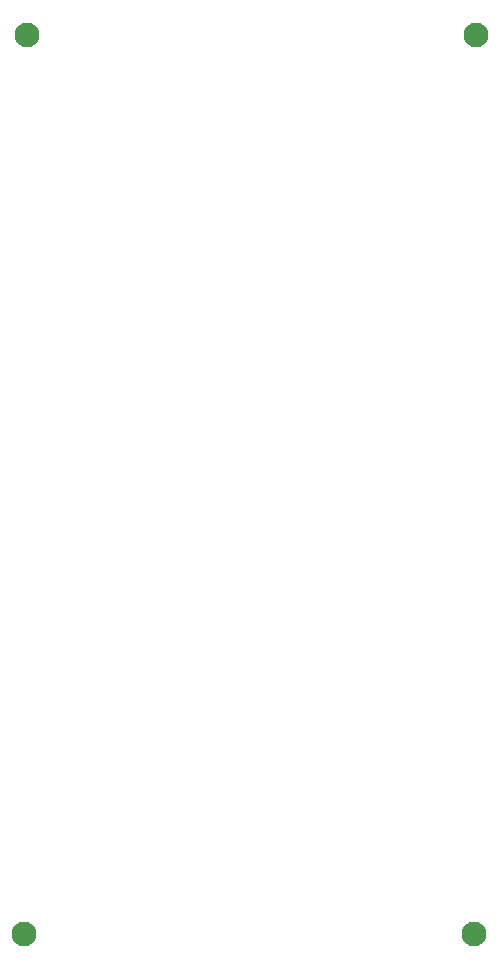
<source format=gts>
G04 #@! TF.GenerationSoftware,KiCad,Pcbnew,5.1.6-c6e7f7d~87~ubuntu18.04.1*
G04 #@! TF.CreationDate,2020-08-05T15:47:39+02:00*
G04 #@! TF.ProjectId,switchplate,73776974-6368-4706-9c61-74652e6b6963,rev?*
G04 #@! TF.SameCoordinates,Original*
G04 #@! TF.FileFunction,Soldermask,Top*
G04 #@! TF.FilePolarity,Negative*
%FSLAX46Y46*%
G04 Gerber Fmt 4.6, Leading zero omitted, Abs format (unit mm)*
G04 Created by KiCad (PCBNEW 5.1.6-c6e7f7d~87~ubuntu18.04.1) date 2020-08-05 15:47:39*
%MOMM*%
%LPD*%
G01*
G04 APERTURE LIST*
%ADD10C,2.100000*%
G04 APERTURE END LIST*
D10*
G04 #@! TO.C,REF\u002A\u002A*
X71628000Y-139827000D03*
G04 #@! TD*
G04 #@! TO.C,REF\u002A\u002A*
X109728000Y-139827000D03*
G04 #@! TD*
G04 #@! TO.C,REF\u002A\u002A*
X109855000Y-63754000D03*
G04 #@! TD*
G04 #@! TO.C,REF\u002A\u002A*
X71882000Y-63754000D03*
G04 #@! TD*
M02*

</source>
